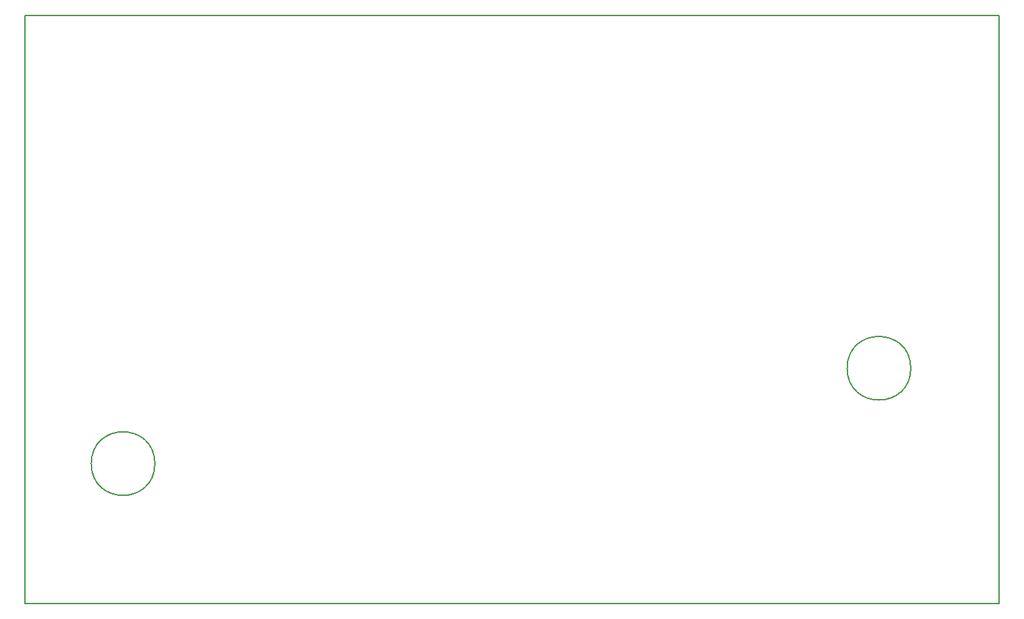
<source format=gm1>
%TF.GenerationSoftware,KiCad,Pcbnew,7.0.8*%
%TF.CreationDate,2024-02-03T19:33:36-05:00*%
%TF.ProjectId,TelescopeController,54656c65-7363-46f7-9065-436f6e74726f,rev?*%
%TF.SameCoordinates,Original*%
%TF.FileFunction,Profile,NP*%
%FSLAX46Y46*%
G04 Gerber Fmt 4.6, Leading zero omitted, Abs format (unit mm)*
G04 Created by KiCad (PCBNEW 7.0.8) date 2024-02-03 19:33:36*
%MOMM*%
%LPD*%
G01*
G04 APERTURE LIST*
%TA.AperFunction,Profile*%
%ADD10C,0.200000*%
%TD*%
G04 APERTURE END LIST*
D10*
X65700000Y-79600000D02*
X188100000Y-79600000D01*
X188100000Y-153600000D01*
X65700000Y-153600000D01*
X65700000Y-79600000D01*
X82000000Y-136000000D02*
G75*
G03*
X82000000Y-136000000I-4000000J0D01*
G01*
X177000000Y-124000000D02*
G75*
G03*
X177000000Y-124000000I-4000000J0D01*
G01*
M02*

</source>
